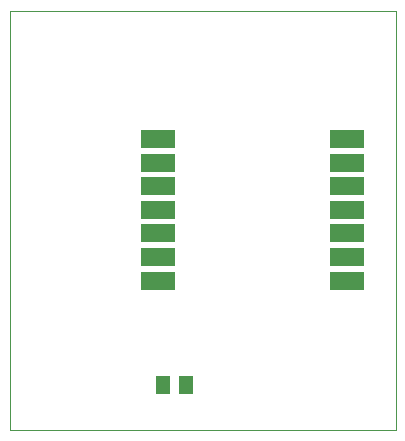
<source format=gtp>
G75*
G70*
%OFA0B0*%
%FSLAX24Y24*%
%IPPOS*%
%LPD*%
%AMOC8*
5,1,8,0,0,1.08239X$1,22.5*
%
%ADD10C,0.0000*%
%ADD11R,0.1181X0.0591*%
%ADD12R,0.0512X0.0591*%
D10*
X003000Y001708D02*
X003000Y015704D01*
X015870Y015704D01*
X015870Y001708D01*
X003000Y001708D01*
D11*
X007938Y006702D03*
X007938Y007489D03*
X007938Y008276D03*
X007938Y009064D03*
X007938Y009851D03*
X007938Y010639D03*
X007938Y011426D03*
X014237Y011426D03*
X014237Y010639D03*
X014237Y009851D03*
X014237Y009064D03*
X014237Y008276D03*
X014237Y007489D03*
X014237Y006702D03*
D12*
X008874Y003208D03*
X008126Y003208D03*
M02*

</source>
